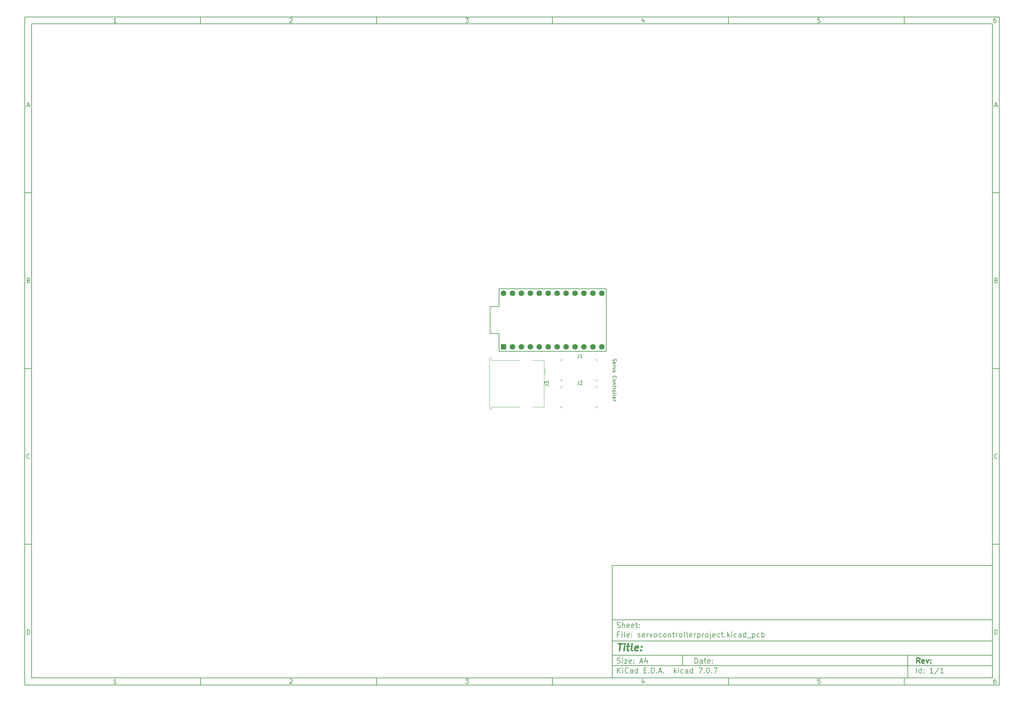
<source format=gbr>
%TF.GenerationSoftware,KiCad,Pcbnew,7.0.7*%
%TF.CreationDate,2023-11-15T20:06:27-08:00*%
%TF.ProjectId,servocontrollerproject,73657276-6f63-46f6-9e74-726f6c6c6572,rev?*%
%TF.SameCoordinates,Original*%
%TF.FileFunction,Legend,Top*%
%TF.FilePolarity,Positive*%
%FSLAX46Y46*%
G04 Gerber Fmt 4.6, Leading zero omitted, Abs format (unit mm)*
G04 Created by KiCad (PCBNEW 7.0.7) date 2023-11-15 20:06:27*
%MOMM*%
%LPD*%
G01*
G04 APERTURE LIST*
%ADD10C,0.100000*%
%ADD11C,0.150000*%
%ADD12C,0.300000*%
%ADD13C,0.400000*%
%ADD14C,0.120000*%
%ADD15R,1.600000X1.600000*%
%ADD16C,1.600000*%
G04 APERTURE END LIST*
D10*
D11*
X177002200Y-166007200D02*
X285002200Y-166007200D01*
X285002200Y-198007200D01*
X177002200Y-198007200D01*
X177002200Y-166007200D01*
D10*
D11*
X10000000Y-10000000D02*
X287002200Y-10000000D01*
X287002200Y-200007200D01*
X10000000Y-200007200D01*
X10000000Y-10000000D01*
D10*
D11*
X12000000Y-12000000D02*
X285002200Y-12000000D01*
X285002200Y-198007200D01*
X12000000Y-198007200D01*
X12000000Y-12000000D01*
D10*
D11*
X60000000Y-12000000D02*
X60000000Y-10000000D01*
D10*
D11*
X110000000Y-12000000D02*
X110000000Y-10000000D01*
D10*
D11*
X160000000Y-12000000D02*
X160000000Y-10000000D01*
D10*
D11*
X210000000Y-12000000D02*
X210000000Y-10000000D01*
D10*
D11*
X260000000Y-12000000D02*
X260000000Y-10000000D01*
D10*
D11*
X36089160Y-11593604D02*
X35346303Y-11593604D01*
X35717731Y-11593604D02*
X35717731Y-10293604D01*
X35717731Y-10293604D02*
X35593922Y-10479319D01*
X35593922Y-10479319D02*
X35470112Y-10603128D01*
X35470112Y-10603128D02*
X35346303Y-10665033D01*
D10*
D11*
X85346303Y-10417414D02*
X85408207Y-10355509D01*
X85408207Y-10355509D02*
X85532017Y-10293604D01*
X85532017Y-10293604D02*
X85841541Y-10293604D01*
X85841541Y-10293604D02*
X85965350Y-10355509D01*
X85965350Y-10355509D02*
X86027255Y-10417414D01*
X86027255Y-10417414D02*
X86089160Y-10541223D01*
X86089160Y-10541223D02*
X86089160Y-10665033D01*
X86089160Y-10665033D02*
X86027255Y-10850747D01*
X86027255Y-10850747D02*
X85284398Y-11593604D01*
X85284398Y-11593604D02*
X86089160Y-11593604D01*
D10*
D11*
X135284398Y-10293604D02*
X136089160Y-10293604D01*
X136089160Y-10293604D02*
X135655826Y-10788842D01*
X135655826Y-10788842D02*
X135841541Y-10788842D01*
X135841541Y-10788842D02*
X135965350Y-10850747D01*
X135965350Y-10850747D02*
X136027255Y-10912652D01*
X136027255Y-10912652D02*
X136089160Y-11036461D01*
X136089160Y-11036461D02*
X136089160Y-11345985D01*
X136089160Y-11345985D02*
X136027255Y-11469795D01*
X136027255Y-11469795D02*
X135965350Y-11531700D01*
X135965350Y-11531700D02*
X135841541Y-11593604D01*
X135841541Y-11593604D02*
X135470112Y-11593604D01*
X135470112Y-11593604D02*
X135346303Y-11531700D01*
X135346303Y-11531700D02*
X135284398Y-11469795D01*
D10*
D11*
X185965350Y-10726938D02*
X185965350Y-11593604D01*
X185655826Y-10231700D02*
X185346303Y-11160271D01*
X185346303Y-11160271D02*
X186151064Y-11160271D01*
D10*
D11*
X236027255Y-10293604D02*
X235408207Y-10293604D01*
X235408207Y-10293604D02*
X235346303Y-10912652D01*
X235346303Y-10912652D02*
X235408207Y-10850747D01*
X235408207Y-10850747D02*
X235532017Y-10788842D01*
X235532017Y-10788842D02*
X235841541Y-10788842D01*
X235841541Y-10788842D02*
X235965350Y-10850747D01*
X235965350Y-10850747D02*
X236027255Y-10912652D01*
X236027255Y-10912652D02*
X236089160Y-11036461D01*
X236089160Y-11036461D02*
X236089160Y-11345985D01*
X236089160Y-11345985D02*
X236027255Y-11469795D01*
X236027255Y-11469795D02*
X235965350Y-11531700D01*
X235965350Y-11531700D02*
X235841541Y-11593604D01*
X235841541Y-11593604D02*
X235532017Y-11593604D01*
X235532017Y-11593604D02*
X235408207Y-11531700D01*
X235408207Y-11531700D02*
X235346303Y-11469795D01*
D10*
D11*
X285965350Y-10293604D02*
X285717731Y-10293604D01*
X285717731Y-10293604D02*
X285593922Y-10355509D01*
X285593922Y-10355509D02*
X285532017Y-10417414D01*
X285532017Y-10417414D02*
X285408207Y-10603128D01*
X285408207Y-10603128D02*
X285346303Y-10850747D01*
X285346303Y-10850747D02*
X285346303Y-11345985D01*
X285346303Y-11345985D02*
X285408207Y-11469795D01*
X285408207Y-11469795D02*
X285470112Y-11531700D01*
X285470112Y-11531700D02*
X285593922Y-11593604D01*
X285593922Y-11593604D02*
X285841541Y-11593604D01*
X285841541Y-11593604D02*
X285965350Y-11531700D01*
X285965350Y-11531700D02*
X286027255Y-11469795D01*
X286027255Y-11469795D02*
X286089160Y-11345985D01*
X286089160Y-11345985D02*
X286089160Y-11036461D01*
X286089160Y-11036461D02*
X286027255Y-10912652D01*
X286027255Y-10912652D02*
X285965350Y-10850747D01*
X285965350Y-10850747D02*
X285841541Y-10788842D01*
X285841541Y-10788842D02*
X285593922Y-10788842D01*
X285593922Y-10788842D02*
X285470112Y-10850747D01*
X285470112Y-10850747D02*
X285408207Y-10912652D01*
X285408207Y-10912652D02*
X285346303Y-11036461D01*
D10*
D11*
X60000000Y-198007200D02*
X60000000Y-200007200D01*
D10*
D11*
X110000000Y-198007200D02*
X110000000Y-200007200D01*
D10*
D11*
X160000000Y-198007200D02*
X160000000Y-200007200D01*
D10*
D11*
X210000000Y-198007200D02*
X210000000Y-200007200D01*
D10*
D11*
X260000000Y-198007200D02*
X260000000Y-200007200D01*
D10*
D11*
X36089160Y-199600804D02*
X35346303Y-199600804D01*
X35717731Y-199600804D02*
X35717731Y-198300804D01*
X35717731Y-198300804D02*
X35593922Y-198486519D01*
X35593922Y-198486519D02*
X35470112Y-198610328D01*
X35470112Y-198610328D02*
X35346303Y-198672233D01*
D10*
D11*
X85346303Y-198424614D02*
X85408207Y-198362709D01*
X85408207Y-198362709D02*
X85532017Y-198300804D01*
X85532017Y-198300804D02*
X85841541Y-198300804D01*
X85841541Y-198300804D02*
X85965350Y-198362709D01*
X85965350Y-198362709D02*
X86027255Y-198424614D01*
X86027255Y-198424614D02*
X86089160Y-198548423D01*
X86089160Y-198548423D02*
X86089160Y-198672233D01*
X86089160Y-198672233D02*
X86027255Y-198857947D01*
X86027255Y-198857947D02*
X85284398Y-199600804D01*
X85284398Y-199600804D02*
X86089160Y-199600804D01*
D10*
D11*
X135284398Y-198300804D02*
X136089160Y-198300804D01*
X136089160Y-198300804D02*
X135655826Y-198796042D01*
X135655826Y-198796042D02*
X135841541Y-198796042D01*
X135841541Y-198796042D02*
X135965350Y-198857947D01*
X135965350Y-198857947D02*
X136027255Y-198919852D01*
X136027255Y-198919852D02*
X136089160Y-199043661D01*
X136089160Y-199043661D02*
X136089160Y-199353185D01*
X136089160Y-199353185D02*
X136027255Y-199476995D01*
X136027255Y-199476995D02*
X135965350Y-199538900D01*
X135965350Y-199538900D02*
X135841541Y-199600804D01*
X135841541Y-199600804D02*
X135470112Y-199600804D01*
X135470112Y-199600804D02*
X135346303Y-199538900D01*
X135346303Y-199538900D02*
X135284398Y-199476995D01*
D10*
D11*
X185965350Y-198734138D02*
X185965350Y-199600804D01*
X185655826Y-198238900D02*
X185346303Y-199167471D01*
X185346303Y-199167471D02*
X186151064Y-199167471D01*
D10*
D11*
X236027255Y-198300804D02*
X235408207Y-198300804D01*
X235408207Y-198300804D02*
X235346303Y-198919852D01*
X235346303Y-198919852D02*
X235408207Y-198857947D01*
X235408207Y-198857947D02*
X235532017Y-198796042D01*
X235532017Y-198796042D02*
X235841541Y-198796042D01*
X235841541Y-198796042D02*
X235965350Y-198857947D01*
X235965350Y-198857947D02*
X236027255Y-198919852D01*
X236027255Y-198919852D02*
X236089160Y-199043661D01*
X236089160Y-199043661D02*
X236089160Y-199353185D01*
X236089160Y-199353185D02*
X236027255Y-199476995D01*
X236027255Y-199476995D02*
X235965350Y-199538900D01*
X235965350Y-199538900D02*
X235841541Y-199600804D01*
X235841541Y-199600804D02*
X235532017Y-199600804D01*
X235532017Y-199600804D02*
X235408207Y-199538900D01*
X235408207Y-199538900D02*
X235346303Y-199476995D01*
D10*
D11*
X285965350Y-198300804D02*
X285717731Y-198300804D01*
X285717731Y-198300804D02*
X285593922Y-198362709D01*
X285593922Y-198362709D02*
X285532017Y-198424614D01*
X285532017Y-198424614D02*
X285408207Y-198610328D01*
X285408207Y-198610328D02*
X285346303Y-198857947D01*
X285346303Y-198857947D02*
X285346303Y-199353185D01*
X285346303Y-199353185D02*
X285408207Y-199476995D01*
X285408207Y-199476995D02*
X285470112Y-199538900D01*
X285470112Y-199538900D02*
X285593922Y-199600804D01*
X285593922Y-199600804D02*
X285841541Y-199600804D01*
X285841541Y-199600804D02*
X285965350Y-199538900D01*
X285965350Y-199538900D02*
X286027255Y-199476995D01*
X286027255Y-199476995D02*
X286089160Y-199353185D01*
X286089160Y-199353185D02*
X286089160Y-199043661D01*
X286089160Y-199043661D02*
X286027255Y-198919852D01*
X286027255Y-198919852D02*
X285965350Y-198857947D01*
X285965350Y-198857947D02*
X285841541Y-198796042D01*
X285841541Y-198796042D02*
X285593922Y-198796042D01*
X285593922Y-198796042D02*
X285470112Y-198857947D01*
X285470112Y-198857947D02*
X285408207Y-198919852D01*
X285408207Y-198919852D02*
X285346303Y-199043661D01*
D10*
D11*
X10000000Y-60000000D02*
X12000000Y-60000000D01*
D10*
D11*
X10000000Y-110000000D02*
X12000000Y-110000000D01*
D10*
D11*
X10000000Y-160000000D02*
X12000000Y-160000000D01*
D10*
D11*
X10690476Y-35222176D02*
X11309523Y-35222176D01*
X10566666Y-35593604D02*
X10999999Y-34293604D01*
X10999999Y-34293604D02*
X11433333Y-35593604D01*
D10*
D11*
X11092857Y-84912652D02*
X11278571Y-84974557D01*
X11278571Y-84974557D02*
X11340476Y-85036461D01*
X11340476Y-85036461D02*
X11402380Y-85160271D01*
X11402380Y-85160271D02*
X11402380Y-85345985D01*
X11402380Y-85345985D02*
X11340476Y-85469795D01*
X11340476Y-85469795D02*
X11278571Y-85531700D01*
X11278571Y-85531700D02*
X11154761Y-85593604D01*
X11154761Y-85593604D02*
X10659523Y-85593604D01*
X10659523Y-85593604D02*
X10659523Y-84293604D01*
X10659523Y-84293604D02*
X11092857Y-84293604D01*
X11092857Y-84293604D02*
X11216666Y-84355509D01*
X11216666Y-84355509D02*
X11278571Y-84417414D01*
X11278571Y-84417414D02*
X11340476Y-84541223D01*
X11340476Y-84541223D02*
X11340476Y-84665033D01*
X11340476Y-84665033D02*
X11278571Y-84788842D01*
X11278571Y-84788842D02*
X11216666Y-84850747D01*
X11216666Y-84850747D02*
X11092857Y-84912652D01*
X11092857Y-84912652D02*
X10659523Y-84912652D01*
D10*
D11*
X11402380Y-135469795D02*
X11340476Y-135531700D01*
X11340476Y-135531700D02*
X11154761Y-135593604D01*
X11154761Y-135593604D02*
X11030952Y-135593604D01*
X11030952Y-135593604D02*
X10845238Y-135531700D01*
X10845238Y-135531700D02*
X10721428Y-135407890D01*
X10721428Y-135407890D02*
X10659523Y-135284080D01*
X10659523Y-135284080D02*
X10597619Y-135036461D01*
X10597619Y-135036461D02*
X10597619Y-134850747D01*
X10597619Y-134850747D02*
X10659523Y-134603128D01*
X10659523Y-134603128D02*
X10721428Y-134479319D01*
X10721428Y-134479319D02*
X10845238Y-134355509D01*
X10845238Y-134355509D02*
X11030952Y-134293604D01*
X11030952Y-134293604D02*
X11154761Y-134293604D01*
X11154761Y-134293604D02*
X11340476Y-134355509D01*
X11340476Y-134355509D02*
X11402380Y-134417414D01*
D10*
D11*
X10659523Y-185593604D02*
X10659523Y-184293604D01*
X10659523Y-184293604D02*
X10969047Y-184293604D01*
X10969047Y-184293604D02*
X11154761Y-184355509D01*
X11154761Y-184355509D02*
X11278571Y-184479319D01*
X11278571Y-184479319D02*
X11340476Y-184603128D01*
X11340476Y-184603128D02*
X11402380Y-184850747D01*
X11402380Y-184850747D02*
X11402380Y-185036461D01*
X11402380Y-185036461D02*
X11340476Y-185284080D01*
X11340476Y-185284080D02*
X11278571Y-185407890D01*
X11278571Y-185407890D02*
X11154761Y-185531700D01*
X11154761Y-185531700D02*
X10969047Y-185593604D01*
X10969047Y-185593604D02*
X10659523Y-185593604D01*
D10*
D11*
X287002200Y-60000000D02*
X285002200Y-60000000D01*
D10*
D11*
X287002200Y-110000000D02*
X285002200Y-110000000D01*
D10*
D11*
X287002200Y-160000000D02*
X285002200Y-160000000D01*
D10*
D11*
X285692676Y-35222176D02*
X286311723Y-35222176D01*
X285568866Y-35593604D02*
X286002199Y-34293604D01*
X286002199Y-34293604D02*
X286435533Y-35593604D01*
D10*
D11*
X286095057Y-84912652D02*
X286280771Y-84974557D01*
X286280771Y-84974557D02*
X286342676Y-85036461D01*
X286342676Y-85036461D02*
X286404580Y-85160271D01*
X286404580Y-85160271D02*
X286404580Y-85345985D01*
X286404580Y-85345985D02*
X286342676Y-85469795D01*
X286342676Y-85469795D02*
X286280771Y-85531700D01*
X286280771Y-85531700D02*
X286156961Y-85593604D01*
X286156961Y-85593604D02*
X285661723Y-85593604D01*
X285661723Y-85593604D02*
X285661723Y-84293604D01*
X285661723Y-84293604D02*
X286095057Y-84293604D01*
X286095057Y-84293604D02*
X286218866Y-84355509D01*
X286218866Y-84355509D02*
X286280771Y-84417414D01*
X286280771Y-84417414D02*
X286342676Y-84541223D01*
X286342676Y-84541223D02*
X286342676Y-84665033D01*
X286342676Y-84665033D02*
X286280771Y-84788842D01*
X286280771Y-84788842D02*
X286218866Y-84850747D01*
X286218866Y-84850747D02*
X286095057Y-84912652D01*
X286095057Y-84912652D02*
X285661723Y-84912652D01*
D10*
D11*
X286404580Y-135469795D02*
X286342676Y-135531700D01*
X286342676Y-135531700D02*
X286156961Y-135593604D01*
X286156961Y-135593604D02*
X286033152Y-135593604D01*
X286033152Y-135593604D02*
X285847438Y-135531700D01*
X285847438Y-135531700D02*
X285723628Y-135407890D01*
X285723628Y-135407890D02*
X285661723Y-135284080D01*
X285661723Y-135284080D02*
X285599819Y-135036461D01*
X285599819Y-135036461D02*
X285599819Y-134850747D01*
X285599819Y-134850747D02*
X285661723Y-134603128D01*
X285661723Y-134603128D02*
X285723628Y-134479319D01*
X285723628Y-134479319D02*
X285847438Y-134355509D01*
X285847438Y-134355509D02*
X286033152Y-134293604D01*
X286033152Y-134293604D02*
X286156961Y-134293604D01*
X286156961Y-134293604D02*
X286342676Y-134355509D01*
X286342676Y-134355509D02*
X286404580Y-134417414D01*
D10*
D11*
X285661723Y-185593604D02*
X285661723Y-184293604D01*
X285661723Y-184293604D02*
X285971247Y-184293604D01*
X285971247Y-184293604D02*
X286156961Y-184355509D01*
X286156961Y-184355509D02*
X286280771Y-184479319D01*
X286280771Y-184479319D02*
X286342676Y-184603128D01*
X286342676Y-184603128D02*
X286404580Y-184850747D01*
X286404580Y-184850747D02*
X286404580Y-185036461D01*
X286404580Y-185036461D02*
X286342676Y-185284080D01*
X286342676Y-185284080D02*
X286280771Y-185407890D01*
X286280771Y-185407890D02*
X286156961Y-185531700D01*
X286156961Y-185531700D02*
X285971247Y-185593604D01*
X285971247Y-185593604D02*
X285661723Y-185593604D01*
D10*
D11*
X200458026Y-193793328D02*
X200458026Y-192293328D01*
X200458026Y-192293328D02*
X200815169Y-192293328D01*
X200815169Y-192293328D02*
X201029455Y-192364757D01*
X201029455Y-192364757D02*
X201172312Y-192507614D01*
X201172312Y-192507614D02*
X201243741Y-192650471D01*
X201243741Y-192650471D02*
X201315169Y-192936185D01*
X201315169Y-192936185D02*
X201315169Y-193150471D01*
X201315169Y-193150471D02*
X201243741Y-193436185D01*
X201243741Y-193436185D02*
X201172312Y-193579042D01*
X201172312Y-193579042D02*
X201029455Y-193721900D01*
X201029455Y-193721900D02*
X200815169Y-193793328D01*
X200815169Y-193793328D02*
X200458026Y-193793328D01*
X202600884Y-193793328D02*
X202600884Y-193007614D01*
X202600884Y-193007614D02*
X202529455Y-192864757D01*
X202529455Y-192864757D02*
X202386598Y-192793328D01*
X202386598Y-192793328D02*
X202100884Y-192793328D01*
X202100884Y-192793328D02*
X201958026Y-192864757D01*
X202600884Y-193721900D02*
X202458026Y-193793328D01*
X202458026Y-193793328D02*
X202100884Y-193793328D01*
X202100884Y-193793328D02*
X201958026Y-193721900D01*
X201958026Y-193721900D02*
X201886598Y-193579042D01*
X201886598Y-193579042D02*
X201886598Y-193436185D01*
X201886598Y-193436185D02*
X201958026Y-193293328D01*
X201958026Y-193293328D02*
X202100884Y-193221900D01*
X202100884Y-193221900D02*
X202458026Y-193221900D01*
X202458026Y-193221900D02*
X202600884Y-193150471D01*
X203100884Y-192793328D02*
X203672312Y-192793328D01*
X203315169Y-192293328D02*
X203315169Y-193579042D01*
X203315169Y-193579042D02*
X203386598Y-193721900D01*
X203386598Y-193721900D02*
X203529455Y-193793328D01*
X203529455Y-193793328D02*
X203672312Y-193793328D01*
X204743741Y-193721900D02*
X204600884Y-193793328D01*
X204600884Y-193793328D02*
X204315170Y-193793328D01*
X204315170Y-193793328D02*
X204172312Y-193721900D01*
X204172312Y-193721900D02*
X204100884Y-193579042D01*
X204100884Y-193579042D02*
X204100884Y-193007614D01*
X204100884Y-193007614D02*
X204172312Y-192864757D01*
X204172312Y-192864757D02*
X204315170Y-192793328D01*
X204315170Y-192793328D02*
X204600884Y-192793328D01*
X204600884Y-192793328D02*
X204743741Y-192864757D01*
X204743741Y-192864757D02*
X204815170Y-193007614D01*
X204815170Y-193007614D02*
X204815170Y-193150471D01*
X204815170Y-193150471D02*
X204100884Y-193293328D01*
X205458026Y-193650471D02*
X205529455Y-193721900D01*
X205529455Y-193721900D02*
X205458026Y-193793328D01*
X205458026Y-193793328D02*
X205386598Y-193721900D01*
X205386598Y-193721900D02*
X205458026Y-193650471D01*
X205458026Y-193650471D02*
X205458026Y-193793328D01*
X205458026Y-192864757D02*
X205529455Y-192936185D01*
X205529455Y-192936185D02*
X205458026Y-193007614D01*
X205458026Y-193007614D02*
X205386598Y-192936185D01*
X205386598Y-192936185D02*
X205458026Y-192864757D01*
X205458026Y-192864757D02*
X205458026Y-193007614D01*
D10*
D11*
X177002200Y-194507200D02*
X285002200Y-194507200D01*
D10*
D11*
X178458026Y-196593328D02*
X178458026Y-195093328D01*
X179315169Y-196593328D02*
X178672312Y-195736185D01*
X179315169Y-195093328D02*
X178458026Y-195950471D01*
X179958026Y-196593328D02*
X179958026Y-195593328D01*
X179958026Y-195093328D02*
X179886598Y-195164757D01*
X179886598Y-195164757D02*
X179958026Y-195236185D01*
X179958026Y-195236185D02*
X180029455Y-195164757D01*
X180029455Y-195164757D02*
X179958026Y-195093328D01*
X179958026Y-195093328D02*
X179958026Y-195236185D01*
X181529455Y-196450471D02*
X181458027Y-196521900D01*
X181458027Y-196521900D02*
X181243741Y-196593328D01*
X181243741Y-196593328D02*
X181100884Y-196593328D01*
X181100884Y-196593328D02*
X180886598Y-196521900D01*
X180886598Y-196521900D02*
X180743741Y-196379042D01*
X180743741Y-196379042D02*
X180672312Y-196236185D01*
X180672312Y-196236185D02*
X180600884Y-195950471D01*
X180600884Y-195950471D02*
X180600884Y-195736185D01*
X180600884Y-195736185D02*
X180672312Y-195450471D01*
X180672312Y-195450471D02*
X180743741Y-195307614D01*
X180743741Y-195307614D02*
X180886598Y-195164757D01*
X180886598Y-195164757D02*
X181100884Y-195093328D01*
X181100884Y-195093328D02*
X181243741Y-195093328D01*
X181243741Y-195093328D02*
X181458027Y-195164757D01*
X181458027Y-195164757D02*
X181529455Y-195236185D01*
X182815170Y-196593328D02*
X182815170Y-195807614D01*
X182815170Y-195807614D02*
X182743741Y-195664757D01*
X182743741Y-195664757D02*
X182600884Y-195593328D01*
X182600884Y-195593328D02*
X182315170Y-195593328D01*
X182315170Y-195593328D02*
X182172312Y-195664757D01*
X182815170Y-196521900D02*
X182672312Y-196593328D01*
X182672312Y-196593328D02*
X182315170Y-196593328D01*
X182315170Y-196593328D02*
X182172312Y-196521900D01*
X182172312Y-196521900D02*
X182100884Y-196379042D01*
X182100884Y-196379042D02*
X182100884Y-196236185D01*
X182100884Y-196236185D02*
X182172312Y-196093328D01*
X182172312Y-196093328D02*
X182315170Y-196021900D01*
X182315170Y-196021900D02*
X182672312Y-196021900D01*
X182672312Y-196021900D02*
X182815170Y-195950471D01*
X184172313Y-196593328D02*
X184172313Y-195093328D01*
X184172313Y-196521900D02*
X184029455Y-196593328D01*
X184029455Y-196593328D02*
X183743741Y-196593328D01*
X183743741Y-196593328D02*
X183600884Y-196521900D01*
X183600884Y-196521900D02*
X183529455Y-196450471D01*
X183529455Y-196450471D02*
X183458027Y-196307614D01*
X183458027Y-196307614D02*
X183458027Y-195879042D01*
X183458027Y-195879042D02*
X183529455Y-195736185D01*
X183529455Y-195736185D02*
X183600884Y-195664757D01*
X183600884Y-195664757D02*
X183743741Y-195593328D01*
X183743741Y-195593328D02*
X184029455Y-195593328D01*
X184029455Y-195593328D02*
X184172313Y-195664757D01*
X186029455Y-195807614D02*
X186529455Y-195807614D01*
X186743741Y-196593328D02*
X186029455Y-196593328D01*
X186029455Y-196593328D02*
X186029455Y-195093328D01*
X186029455Y-195093328D02*
X186743741Y-195093328D01*
X187386598Y-196450471D02*
X187458027Y-196521900D01*
X187458027Y-196521900D02*
X187386598Y-196593328D01*
X187386598Y-196593328D02*
X187315170Y-196521900D01*
X187315170Y-196521900D02*
X187386598Y-196450471D01*
X187386598Y-196450471D02*
X187386598Y-196593328D01*
X188100884Y-196593328D02*
X188100884Y-195093328D01*
X188100884Y-195093328D02*
X188458027Y-195093328D01*
X188458027Y-195093328D02*
X188672313Y-195164757D01*
X188672313Y-195164757D02*
X188815170Y-195307614D01*
X188815170Y-195307614D02*
X188886599Y-195450471D01*
X188886599Y-195450471D02*
X188958027Y-195736185D01*
X188958027Y-195736185D02*
X188958027Y-195950471D01*
X188958027Y-195950471D02*
X188886599Y-196236185D01*
X188886599Y-196236185D02*
X188815170Y-196379042D01*
X188815170Y-196379042D02*
X188672313Y-196521900D01*
X188672313Y-196521900D02*
X188458027Y-196593328D01*
X188458027Y-196593328D02*
X188100884Y-196593328D01*
X189600884Y-196450471D02*
X189672313Y-196521900D01*
X189672313Y-196521900D02*
X189600884Y-196593328D01*
X189600884Y-196593328D02*
X189529456Y-196521900D01*
X189529456Y-196521900D02*
X189600884Y-196450471D01*
X189600884Y-196450471D02*
X189600884Y-196593328D01*
X190243742Y-196164757D02*
X190958028Y-196164757D01*
X190100885Y-196593328D02*
X190600885Y-195093328D01*
X190600885Y-195093328D02*
X191100885Y-196593328D01*
X191600884Y-196450471D02*
X191672313Y-196521900D01*
X191672313Y-196521900D02*
X191600884Y-196593328D01*
X191600884Y-196593328D02*
X191529456Y-196521900D01*
X191529456Y-196521900D02*
X191600884Y-196450471D01*
X191600884Y-196450471D02*
X191600884Y-196593328D01*
X194600884Y-196593328D02*
X194600884Y-195093328D01*
X194743742Y-196021900D02*
X195172313Y-196593328D01*
X195172313Y-195593328D02*
X194600884Y-196164757D01*
X195815170Y-196593328D02*
X195815170Y-195593328D01*
X195815170Y-195093328D02*
X195743742Y-195164757D01*
X195743742Y-195164757D02*
X195815170Y-195236185D01*
X195815170Y-195236185D02*
X195886599Y-195164757D01*
X195886599Y-195164757D02*
X195815170Y-195093328D01*
X195815170Y-195093328D02*
X195815170Y-195236185D01*
X197172314Y-196521900D02*
X197029456Y-196593328D01*
X197029456Y-196593328D02*
X196743742Y-196593328D01*
X196743742Y-196593328D02*
X196600885Y-196521900D01*
X196600885Y-196521900D02*
X196529456Y-196450471D01*
X196529456Y-196450471D02*
X196458028Y-196307614D01*
X196458028Y-196307614D02*
X196458028Y-195879042D01*
X196458028Y-195879042D02*
X196529456Y-195736185D01*
X196529456Y-195736185D02*
X196600885Y-195664757D01*
X196600885Y-195664757D02*
X196743742Y-195593328D01*
X196743742Y-195593328D02*
X197029456Y-195593328D01*
X197029456Y-195593328D02*
X197172314Y-195664757D01*
X198458028Y-196593328D02*
X198458028Y-195807614D01*
X198458028Y-195807614D02*
X198386599Y-195664757D01*
X198386599Y-195664757D02*
X198243742Y-195593328D01*
X198243742Y-195593328D02*
X197958028Y-195593328D01*
X197958028Y-195593328D02*
X197815170Y-195664757D01*
X198458028Y-196521900D02*
X198315170Y-196593328D01*
X198315170Y-196593328D02*
X197958028Y-196593328D01*
X197958028Y-196593328D02*
X197815170Y-196521900D01*
X197815170Y-196521900D02*
X197743742Y-196379042D01*
X197743742Y-196379042D02*
X197743742Y-196236185D01*
X197743742Y-196236185D02*
X197815170Y-196093328D01*
X197815170Y-196093328D02*
X197958028Y-196021900D01*
X197958028Y-196021900D02*
X198315170Y-196021900D01*
X198315170Y-196021900D02*
X198458028Y-195950471D01*
X199815171Y-196593328D02*
X199815171Y-195093328D01*
X199815171Y-196521900D02*
X199672313Y-196593328D01*
X199672313Y-196593328D02*
X199386599Y-196593328D01*
X199386599Y-196593328D02*
X199243742Y-196521900D01*
X199243742Y-196521900D02*
X199172313Y-196450471D01*
X199172313Y-196450471D02*
X199100885Y-196307614D01*
X199100885Y-196307614D02*
X199100885Y-195879042D01*
X199100885Y-195879042D02*
X199172313Y-195736185D01*
X199172313Y-195736185D02*
X199243742Y-195664757D01*
X199243742Y-195664757D02*
X199386599Y-195593328D01*
X199386599Y-195593328D02*
X199672313Y-195593328D01*
X199672313Y-195593328D02*
X199815171Y-195664757D01*
X201529456Y-195093328D02*
X202529456Y-195093328D01*
X202529456Y-195093328D02*
X201886599Y-196593328D01*
X203100884Y-196450471D02*
X203172313Y-196521900D01*
X203172313Y-196521900D02*
X203100884Y-196593328D01*
X203100884Y-196593328D02*
X203029456Y-196521900D01*
X203029456Y-196521900D02*
X203100884Y-196450471D01*
X203100884Y-196450471D02*
X203100884Y-196593328D01*
X204100885Y-195093328D02*
X204243742Y-195093328D01*
X204243742Y-195093328D02*
X204386599Y-195164757D01*
X204386599Y-195164757D02*
X204458028Y-195236185D01*
X204458028Y-195236185D02*
X204529456Y-195379042D01*
X204529456Y-195379042D02*
X204600885Y-195664757D01*
X204600885Y-195664757D02*
X204600885Y-196021900D01*
X204600885Y-196021900D02*
X204529456Y-196307614D01*
X204529456Y-196307614D02*
X204458028Y-196450471D01*
X204458028Y-196450471D02*
X204386599Y-196521900D01*
X204386599Y-196521900D02*
X204243742Y-196593328D01*
X204243742Y-196593328D02*
X204100885Y-196593328D01*
X204100885Y-196593328D02*
X203958028Y-196521900D01*
X203958028Y-196521900D02*
X203886599Y-196450471D01*
X203886599Y-196450471D02*
X203815170Y-196307614D01*
X203815170Y-196307614D02*
X203743742Y-196021900D01*
X203743742Y-196021900D02*
X203743742Y-195664757D01*
X203743742Y-195664757D02*
X203815170Y-195379042D01*
X203815170Y-195379042D02*
X203886599Y-195236185D01*
X203886599Y-195236185D02*
X203958028Y-195164757D01*
X203958028Y-195164757D02*
X204100885Y-195093328D01*
X205243741Y-196450471D02*
X205315170Y-196521900D01*
X205315170Y-196521900D02*
X205243741Y-196593328D01*
X205243741Y-196593328D02*
X205172313Y-196521900D01*
X205172313Y-196521900D02*
X205243741Y-196450471D01*
X205243741Y-196450471D02*
X205243741Y-196593328D01*
X205815170Y-195093328D02*
X206815170Y-195093328D01*
X206815170Y-195093328D02*
X206172313Y-196593328D01*
D10*
D11*
X177002200Y-191507200D02*
X285002200Y-191507200D01*
D10*
D12*
X264413853Y-193785528D02*
X263913853Y-193071242D01*
X263556710Y-193785528D02*
X263556710Y-192285528D01*
X263556710Y-192285528D02*
X264128139Y-192285528D01*
X264128139Y-192285528D02*
X264270996Y-192356957D01*
X264270996Y-192356957D02*
X264342425Y-192428385D01*
X264342425Y-192428385D02*
X264413853Y-192571242D01*
X264413853Y-192571242D02*
X264413853Y-192785528D01*
X264413853Y-192785528D02*
X264342425Y-192928385D01*
X264342425Y-192928385D02*
X264270996Y-192999814D01*
X264270996Y-192999814D02*
X264128139Y-193071242D01*
X264128139Y-193071242D02*
X263556710Y-193071242D01*
X265628139Y-193714100D02*
X265485282Y-193785528D01*
X265485282Y-193785528D02*
X265199568Y-193785528D01*
X265199568Y-193785528D02*
X265056710Y-193714100D01*
X265056710Y-193714100D02*
X264985282Y-193571242D01*
X264985282Y-193571242D02*
X264985282Y-192999814D01*
X264985282Y-192999814D02*
X265056710Y-192856957D01*
X265056710Y-192856957D02*
X265199568Y-192785528D01*
X265199568Y-192785528D02*
X265485282Y-192785528D01*
X265485282Y-192785528D02*
X265628139Y-192856957D01*
X265628139Y-192856957D02*
X265699568Y-192999814D01*
X265699568Y-192999814D02*
X265699568Y-193142671D01*
X265699568Y-193142671D02*
X264985282Y-193285528D01*
X266199567Y-192785528D02*
X266556710Y-193785528D01*
X266556710Y-193785528D02*
X266913853Y-192785528D01*
X267485281Y-193642671D02*
X267556710Y-193714100D01*
X267556710Y-193714100D02*
X267485281Y-193785528D01*
X267485281Y-193785528D02*
X267413853Y-193714100D01*
X267413853Y-193714100D02*
X267485281Y-193642671D01*
X267485281Y-193642671D02*
X267485281Y-193785528D01*
X267485281Y-192856957D02*
X267556710Y-192928385D01*
X267556710Y-192928385D02*
X267485281Y-192999814D01*
X267485281Y-192999814D02*
X267413853Y-192928385D01*
X267413853Y-192928385D02*
X267485281Y-192856957D01*
X267485281Y-192856957D02*
X267485281Y-192999814D01*
D10*
D11*
X178386598Y-193721900D02*
X178600884Y-193793328D01*
X178600884Y-193793328D02*
X178958026Y-193793328D01*
X178958026Y-193793328D02*
X179100884Y-193721900D01*
X179100884Y-193721900D02*
X179172312Y-193650471D01*
X179172312Y-193650471D02*
X179243741Y-193507614D01*
X179243741Y-193507614D02*
X179243741Y-193364757D01*
X179243741Y-193364757D02*
X179172312Y-193221900D01*
X179172312Y-193221900D02*
X179100884Y-193150471D01*
X179100884Y-193150471D02*
X178958026Y-193079042D01*
X178958026Y-193079042D02*
X178672312Y-193007614D01*
X178672312Y-193007614D02*
X178529455Y-192936185D01*
X178529455Y-192936185D02*
X178458026Y-192864757D01*
X178458026Y-192864757D02*
X178386598Y-192721900D01*
X178386598Y-192721900D02*
X178386598Y-192579042D01*
X178386598Y-192579042D02*
X178458026Y-192436185D01*
X178458026Y-192436185D02*
X178529455Y-192364757D01*
X178529455Y-192364757D02*
X178672312Y-192293328D01*
X178672312Y-192293328D02*
X179029455Y-192293328D01*
X179029455Y-192293328D02*
X179243741Y-192364757D01*
X179886597Y-193793328D02*
X179886597Y-192793328D01*
X179886597Y-192293328D02*
X179815169Y-192364757D01*
X179815169Y-192364757D02*
X179886597Y-192436185D01*
X179886597Y-192436185D02*
X179958026Y-192364757D01*
X179958026Y-192364757D02*
X179886597Y-192293328D01*
X179886597Y-192293328D02*
X179886597Y-192436185D01*
X180458026Y-192793328D02*
X181243741Y-192793328D01*
X181243741Y-192793328D02*
X180458026Y-193793328D01*
X180458026Y-193793328D02*
X181243741Y-193793328D01*
X182386598Y-193721900D02*
X182243741Y-193793328D01*
X182243741Y-193793328D02*
X181958027Y-193793328D01*
X181958027Y-193793328D02*
X181815169Y-193721900D01*
X181815169Y-193721900D02*
X181743741Y-193579042D01*
X181743741Y-193579042D02*
X181743741Y-193007614D01*
X181743741Y-193007614D02*
X181815169Y-192864757D01*
X181815169Y-192864757D02*
X181958027Y-192793328D01*
X181958027Y-192793328D02*
X182243741Y-192793328D01*
X182243741Y-192793328D02*
X182386598Y-192864757D01*
X182386598Y-192864757D02*
X182458027Y-193007614D01*
X182458027Y-193007614D02*
X182458027Y-193150471D01*
X182458027Y-193150471D02*
X181743741Y-193293328D01*
X183100883Y-193650471D02*
X183172312Y-193721900D01*
X183172312Y-193721900D02*
X183100883Y-193793328D01*
X183100883Y-193793328D02*
X183029455Y-193721900D01*
X183029455Y-193721900D02*
X183100883Y-193650471D01*
X183100883Y-193650471D02*
X183100883Y-193793328D01*
X183100883Y-192864757D02*
X183172312Y-192936185D01*
X183172312Y-192936185D02*
X183100883Y-193007614D01*
X183100883Y-193007614D02*
X183029455Y-192936185D01*
X183029455Y-192936185D02*
X183100883Y-192864757D01*
X183100883Y-192864757D02*
X183100883Y-193007614D01*
X184886598Y-193364757D02*
X185600884Y-193364757D01*
X184743741Y-193793328D02*
X185243741Y-192293328D01*
X185243741Y-192293328D02*
X185743741Y-193793328D01*
X186886598Y-192793328D02*
X186886598Y-193793328D01*
X186529455Y-192221900D02*
X186172312Y-193293328D01*
X186172312Y-193293328D02*
X187100883Y-193293328D01*
D10*
D11*
X263458026Y-196593328D02*
X263458026Y-195093328D01*
X264815170Y-196593328D02*
X264815170Y-195093328D01*
X264815170Y-196521900D02*
X264672312Y-196593328D01*
X264672312Y-196593328D02*
X264386598Y-196593328D01*
X264386598Y-196593328D02*
X264243741Y-196521900D01*
X264243741Y-196521900D02*
X264172312Y-196450471D01*
X264172312Y-196450471D02*
X264100884Y-196307614D01*
X264100884Y-196307614D02*
X264100884Y-195879042D01*
X264100884Y-195879042D02*
X264172312Y-195736185D01*
X264172312Y-195736185D02*
X264243741Y-195664757D01*
X264243741Y-195664757D02*
X264386598Y-195593328D01*
X264386598Y-195593328D02*
X264672312Y-195593328D01*
X264672312Y-195593328D02*
X264815170Y-195664757D01*
X265529455Y-196450471D02*
X265600884Y-196521900D01*
X265600884Y-196521900D02*
X265529455Y-196593328D01*
X265529455Y-196593328D02*
X265458027Y-196521900D01*
X265458027Y-196521900D02*
X265529455Y-196450471D01*
X265529455Y-196450471D02*
X265529455Y-196593328D01*
X265529455Y-195664757D02*
X265600884Y-195736185D01*
X265600884Y-195736185D02*
X265529455Y-195807614D01*
X265529455Y-195807614D02*
X265458027Y-195736185D01*
X265458027Y-195736185D02*
X265529455Y-195664757D01*
X265529455Y-195664757D02*
X265529455Y-195807614D01*
X268172313Y-196593328D02*
X267315170Y-196593328D01*
X267743741Y-196593328D02*
X267743741Y-195093328D01*
X267743741Y-195093328D02*
X267600884Y-195307614D01*
X267600884Y-195307614D02*
X267458027Y-195450471D01*
X267458027Y-195450471D02*
X267315170Y-195521900D01*
X269886598Y-195021900D02*
X268600884Y-196950471D01*
X271172313Y-196593328D02*
X270315170Y-196593328D01*
X270743741Y-196593328D02*
X270743741Y-195093328D01*
X270743741Y-195093328D02*
X270600884Y-195307614D01*
X270600884Y-195307614D02*
X270458027Y-195450471D01*
X270458027Y-195450471D02*
X270315170Y-195521900D01*
D10*
D11*
X177002200Y-187507200D02*
X285002200Y-187507200D01*
D10*
D13*
X178693928Y-188211638D02*
X179836785Y-188211638D01*
X179015357Y-190211638D02*
X179265357Y-188211638D01*
X180253452Y-190211638D02*
X180420119Y-188878304D01*
X180503452Y-188211638D02*
X180396309Y-188306876D01*
X180396309Y-188306876D02*
X180479643Y-188402114D01*
X180479643Y-188402114D02*
X180586786Y-188306876D01*
X180586786Y-188306876D02*
X180503452Y-188211638D01*
X180503452Y-188211638D02*
X180479643Y-188402114D01*
X181086786Y-188878304D02*
X181848690Y-188878304D01*
X181455833Y-188211638D02*
X181241548Y-189925923D01*
X181241548Y-189925923D02*
X181312976Y-190116400D01*
X181312976Y-190116400D02*
X181491548Y-190211638D01*
X181491548Y-190211638D02*
X181682024Y-190211638D01*
X182634405Y-190211638D02*
X182455833Y-190116400D01*
X182455833Y-190116400D02*
X182384405Y-189925923D01*
X182384405Y-189925923D02*
X182598690Y-188211638D01*
X184170119Y-190116400D02*
X183967738Y-190211638D01*
X183967738Y-190211638D02*
X183586785Y-190211638D01*
X183586785Y-190211638D02*
X183408214Y-190116400D01*
X183408214Y-190116400D02*
X183336785Y-189925923D01*
X183336785Y-189925923D02*
X183432024Y-189164019D01*
X183432024Y-189164019D02*
X183551071Y-188973542D01*
X183551071Y-188973542D02*
X183753452Y-188878304D01*
X183753452Y-188878304D02*
X184134404Y-188878304D01*
X184134404Y-188878304D02*
X184312976Y-188973542D01*
X184312976Y-188973542D02*
X184384404Y-189164019D01*
X184384404Y-189164019D02*
X184360595Y-189354495D01*
X184360595Y-189354495D02*
X183384404Y-189544971D01*
X185134405Y-190021161D02*
X185217738Y-190116400D01*
X185217738Y-190116400D02*
X185110595Y-190211638D01*
X185110595Y-190211638D02*
X185027262Y-190116400D01*
X185027262Y-190116400D02*
X185134405Y-190021161D01*
X185134405Y-190021161D02*
X185110595Y-190211638D01*
X185265357Y-188973542D02*
X185348690Y-189068780D01*
X185348690Y-189068780D02*
X185241548Y-189164019D01*
X185241548Y-189164019D02*
X185158214Y-189068780D01*
X185158214Y-189068780D02*
X185265357Y-188973542D01*
X185265357Y-188973542D02*
X185241548Y-189164019D01*
D10*
D11*
X178958026Y-185607614D02*
X178458026Y-185607614D01*
X178458026Y-186393328D02*
X178458026Y-184893328D01*
X178458026Y-184893328D02*
X179172312Y-184893328D01*
X179743740Y-186393328D02*
X179743740Y-185393328D01*
X179743740Y-184893328D02*
X179672312Y-184964757D01*
X179672312Y-184964757D02*
X179743740Y-185036185D01*
X179743740Y-185036185D02*
X179815169Y-184964757D01*
X179815169Y-184964757D02*
X179743740Y-184893328D01*
X179743740Y-184893328D02*
X179743740Y-185036185D01*
X180672312Y-186393328D02*
X180529455Y-186321900D01*
X180529455Y-186321900D02*
X180458026Y-186179042D01*
X180458026Y-186179042D02*
X180458026Y-184893328D01*
X181815169Y-186321900D02*
X181672312Y-186393328D01*
X181672312Y-186393328D02*
X181386598Y-186393328D01*
X181386598Y-186393328D02*
X181243740Y-186321900D01*
X181243740Y-186321900D02*
X181172312Y-186179042D01*
X181172312Y-186179042D02*
X181172312Y-185607614D01*
X181172312Y-185607614D02*
X181243740Y-185464757D01*
X181243740Y-185464757D02*
X181386598Y-185393328D01*
X181386598Y-185393328D02*
X181672312Y-185393328D01*
X181672312Y-185393328D02*
X181815169Y-185464757D01*
X181815169Y-185464757D02*
X181886598Y-185607614D01*
X181886598Y-185607614D02*
X181886598Y-185750471D01*
X181886598Y-185750471D02*
X181172312Y-185893328D01*
X182529454Y-186250471D02*
X182600883Y-186321900D01*
X182600883Y-186321900D02*
X182529454Y-186393328D01*
X182529454Y-186393328D02*
X182458026Y-186321900D01*
X182458026Y-186321900D02*
X182529454Y-186250471D01*
X182529454Y-186250471D02*
X182529454Y-186393328D01*
X182529454Y-185464757D02*
X182600883Y-185536185D01*
X182600883Y-185536185D02*
X182529454Y-185607614D01*
X182529454Y-185607614D02*
X182458026Y-185536185D01*
X182458026Y-185536185D02*
X182529454Y-185464757D01*
X182529454Y-185464757D02*
X182529454Y-185607614D01*
X184315169Y-186321900D02*
X184458026Y-186393328D01*
X184458026Y-186393328D02*
X184743740Y-186393328D01*
X184743740Y-186393328D02*
X184886597Y-186321900D01*
X184886597Y-186321900D02*
X184958026Y-186179042D01*
X184958026Y-186179042D02*
X184958026Y-186107614D01*
X184958026Y-186107614D02*
X184886597Y-185964757D01*
X184886597Y-185964757D02*
X184743740Y-185893328D01*
X184743740Y-185893328D02*
X184529455Y-185893328D01*
X184529455Y-185893328D02*
X184386597Y-185821900D01*
X184386597Y-185821900D02*
X184315169Y-185679042D01*
X184315169Y-185679042D02*
X184315169Y-185607614D01*
X184315169Y-185607614D02*
X184386597Y-185464757D01*
X184386597Y-185464757D02*
X184529455Y-185393328D01*
X184529455Y-185393328D02*
X184743740Y-185393328D01*
X184743740Y-185393328D02*
X184886597Y-185464757D01*
X186172312Y-186321900D02*
X186029455Y-186393328D01*
X186029455Y-186393328D02*
X185743741Y-186393328D01*
X185743741Y-186393328D02*
X185600883Y-186321900D01*
X185600883Y-186321900D02*
X185529455Y-186179042D01*
X185529455Y-186179042D02*
X185529455Y-185607614D01*
X185529455Y-185607614D02*
X185600883Y-185464757D01*
X185600883Y-185464757D02*
X185743741Y-185393328D01*
X185743741Y-185393328D02*
X186029455Y-185393328D01*
X186029455Y-185393328D02*
X186172312Y-185464757D01*
X186172312Y-185464757D02*
X186243741Y-185607614D01*
X186243741Y-185607614D02*
X186243741Y-185750471D01*
X186243741Y-185750471D02*
X185529455Y-185893328D01*
X186886597Y-186393328D02*
X186886597Y-185393328D01*
X186886597Y-185679042D02*
X186958026Y-185536185D01*
X186958026Y-185536185D02*
X187029455Y-185464757D01*
X187029455Y-185464757D02*
X187172312Y-185393328D01*
X187172312Y-185393328D02*
X187315169Y-185393328D01*
X187672311Y-185393328D02*
X188029454Y-186393328D01*
X188029454Y-186393328D02*
X188386597Y-185393328D01*
X189172311Y-186393328D02*
X189029454Y-186321900D01*
X189029454Y-186321900D02*
X188958025Y-186250471D01*
X188958025Y-186250471D02*
X188886597Y-186107614D01*
X188886597Y-186107614D02*
X188886597Y-185679042D01*
X188886597Y-185679042D02*
X188958025Y-185536185D01*
X188958025Y-185536185D02*
X189029454Y-185464757D01*
X189029454Y-185464757D02*
X189172311Y-185393328D01*
X189172311Y-185393328D02*
X189386597Y-185393328D01*
X189386597Y-185393328D02*
X189529454Y-185464757D01*
X189529454Y-185464757D02*
X189600883Y-185536185D01*
X189600883Y-185536185D02*
X189672311Y-185679042D01*
X189672311Y-185679042D02*
X189672311Y-186107614D01*
X189672311Y-186107614D02*
X189600883Y-186250471D01*
X189600883Y-186250471D02*
X189529454Y-186321900D01*
X189529454Y-186321900D02*
X189386597Y-186393328D01*
X189386597Y-186393328D02*
X189172311Y-186393328D01*
X190958026Y-186321900D02*
X190815168Y-186393328D01*
X190815168Y-186393328D02*
X190529454Y-186393328D01*
X190529454Y-186393328D02*
X190386597Y-186321900D01*
X190386597Y-186321900D02*
X190315168Y-186250471D01*
X190315168Y-186250471D02*
X190243740Y-186107614D01*
X190243740Y-186107614D02*
X190243740Y-185679042D01*
X190243740Y-185679042D02*
X190315168Y-185536185D01*
X190315168Y-185536185D02*
X190386597Y-185464757D01*
X190386597Y-185464757D02*
X190529454Y-185393328D01*
X190529454Y-185393328D02*
X190815168Y-185393328D01*
X190815168Y-185393328D02*
X190958026Y-185464757D01*
X191815168Y-186393328D02*
X191672311Y-186321900D01*
X191672311Y-186321900D02*
X191600882Y-186250471D01*
X191600882Y-186250471D02*
X191529454Y-186107614D01*
X191529454Y-186107614D02*
X191529454Y-185679042D01*
X191529454Y-185679042D02*
X191600882Y-185536185D01*
X191600882Y-185536185D02*
X191672311Y-185464757D01*
X191672311Y-185464757D02*
X191815168Y-185393328D01*
X191815168Y-185393328D02*
X192029454Y-185393328D01*
X192029454Y-185393328D02*
X192172311Y-185464757D01*
X192172311Y-185464757D02*
X192243740Y-185536185D01*
X192243740Y-185536185D02*
X192315168Y-185679042D01*
X192315168Y-185679042D02*
X192315168Y-186107614D01*
X192315168Y-186107614D02*
X192243740Y-186250471D01*
X192243740Y-186250471D02*
X192172311Y-186321900D01*
X192172311Y-186321900D02*
X192029454Y-186393328D01*
X192029454Y-186393328D02*
X191815168Y-186393328D01*
X192958025Y-185393328D02*
X192958025Y-186393328D01*
X192958025Y-185536185D02*
X193029454Y-185464757D01*
X193029454Y-185464757D02*
X193172311Y-185393328D01*
X193172311Y-185393328D02*
X193386597Y-185393328D01*
X193386597Y-185393328D02*
X193529454Y-185464757D01*
X193529454Y-185464757D02*
X193600883Y-185607614D01*
X193600883Y-185607614D02*
X193600883Y-186393328D01*
X194100883Y-185393328D02*
X194672311Y-185393328D01*
X194315168Y-184893328D02*
X194315168Y-186179042D01*
X194315168Y-186179042D02*
X194386597Y-186321900D01*
X194386597Y-186321900D02*
X194529454Y-186393328D01*
X194529454Y-186393328D02*
X194672311Y-186393328D01*
X195172311Y-186393328D02*
X195172311Y-185393328D01*
X195172311Y-185679042D02*
X195243740Y-185536185D01*
X195243740Y-185536185D02*
X195315169Y-185464757D01*
X195315169Y-185464757D02*
X195458026Y-185393328D01*
X195458026Y-185393328D02*
X195600883Y-185393328D01*
X196315168Y-186393328D02*
X196172311Y-186321900D01*
X196172311Y-186321900D02*
X196100882Y-186250471D01*
X196100882Y-186250471D02*
X196029454Y-186107614D01*
X196029454Y-186107614D02*
X196029454Y-185679042D01*
X196029454Y-185679042D02*
X196100882Y-185536185D01*
X196100882Y-185536185D02*
X196172311Y-185464757D01*
X196172311Y-185464757D02*
X196315168Y-185393328D01*
X196315168Y-185393328D02*
X196529454Y-185393328D01*
X196529454Y-185393328D02*
X196672311Y-185464757D01*
X196672311Y-185464757D02*
X196743740Y-185536185D01*
X196743740Y-185536185D02*
X196815168Y-185679042D01*
X196815168Y-185679042D02*
X196815168Y-186107614D01*
X196815168Y-186107614D02*
X196743740Y-186250471D01*
X196743740Y-186250471D02*
X196672311Y-186321900D01*
X196672311Y-186321900D02*
X196529454Y-186393328D01*
X196529454Y-186393328D02*
X196315168Y-186393328D01*
X197672311Y-186393328D02*
X197529454Y-186321900D01*
X197529454Y-186321900D02*
X197458025Y-186179042D01*
X197458025Y-186179042D02*
X197458025Y-184893328D01*
X198458025Y-186393328D02*
X198315168Y-186321900D01*
X198315168Y-186321900D02*
X198243739Y-186179042D01*
X198243739Y-186179042D02*
X198243739Y-184893328D01*
X199600882Y-186321900D02*
X199458025Y-186393328D01*
X199458025Y-186393328D02*
X199172311Y-186393328D01*
X199172311Y-186393328D02*
X199029453Y-186321900D01*
X199029453Y-186321900D02*
X198958025Y-186179042D01*
X198958025Y-186179042D02*
X198958025Y-185607614D01*
X198958025Y-185607614D02*
X199029453Y-185464757D01*
X199029453Y-185464757D02*
X199172311Y-185393328D01*
X199172311Y-185393328D02*
X199458025Y-185393328D01*
X199458025Y-185393328D02*
X199600882Y-185464757D01*
X199600882Y-185464757D02*
X199672311Y-185607614D01*
X199672311Y-185607614D02*
X199672311Y-185750471D01*
X199672311Y-185750471D02*
X198958025Y-185893328D01*
X200315167Y-186393328D02*
X200315167Y-185393328D01*
X200315167Y-185679042D02*
X200386596Y-185536185D01*
X200386596Y-185536185D02*
X200458025Y-185464757D01*
X200458025Y-185464757D02*
X200600882Y-185393328D01*
X200600882Y-185393328D02*
X200743739Y-185393328D01*
X201243738Y-185393328D02*
X201243738Y-186893328D01*
X201243738Y-185464757D02*
X201386596Y-185393328D01*
X201386596Y-185393328D02*
X201672310Y-185393328D01*
X201672310Y-185393328D02*
X201815167Y-185464757D01*
X201815167Y-185464757D02*
X201886596Y-185536185D01*
X201886596Y-185536185D02*
X201958024Y-185679042D01*
X201958024Y-185679042D02*
X201958024Y-186107614D01*
X201958024Y-186107614D02*
X201886596Y-186250471D01*
X201886596Y-186250471D02*
X201815167Y-186321900D01*
X201815167Y-186321900D02*
X201672310Y-186393328D01*
X201672310Y-186393328D02*
X201386596Y-186393328D01*
X201386596Y-186393328D02*
X201243738Y-186321900D01*
X202600881Y-186393328D02*
X202600881Y-185393328D01*
X202600881Y-185679042D02*
X202672310Y-185536185D01*
X202672310Y-185536185D02*
X202743739Y-185464757D01*
X202743739Y-185464757D02*
X202886596Y-185393328D01*
X202886596Y-185393328D02*
X203029453Y-185393328D01*
X203743738Y-186393328D02*
X203600881Y-186321900D01*
X203600881Y-186321900D02*
X203529452Y-186250471D01*
X203529452Y-186250471D02*
X203458024Y-186107614D01*
X203458024Y-186107614D02*
X203458024Y-185679042D01*
X203458024Y-185679042D02*
X203529452Y-185536185D01*
X203529452Y-185536185D02*
X203600881Y-185464757D01*
X203600881Y-185464757D02*
X203743738Y-185393328D01*
X203743738Y-185393328D02*
X203958024Y-185393328D01*
X203958024Y-185393328D02*
X204100881Y-185464757D01*
X204100881Y-185464757D02*
X204172310Y-185536185D01*
X204172310Y-185536185D02*
X204243738Y-185679042D01*
X204243738Y-185679042D02*
X204243738Y-186107614D01*
X204243738Y-186107614D02*
X204172310Y-186250471D01*
X204172310Y-186250471D02*
X204100881Y-186321900D01*
X204100881Y-186321900D02*
X203958024Y-186393328D01*
X203958024Y-186393328D02*
X203743738Y-186393328D01*
X204886595Y-185393328D02*
X204886595Y-186679042D01*
X204886595Y-186679042D02*
X204815167Y-186821900D01*
X204815167Y-186821900D02*
X204672310Y-186893328D01*
X204672310Y-186893328D02*
X204600881Y-186893328D01*
X204886595Y-184893328D02*
X204815167Y-184964757D01*
X204815167Y-184964757D02*
X204886595Y-185036185D01*
X204886595Y-185036185D02*
X204958024Y-184964757D01*
X204958024Y-184964757D02*
X204886595Y-184893328D01*
X204886595Y-184893328D02*
X204886595Y-185036185D01*
X206172310Y-186321900D02*
X206029453Y-186393328D01*
X206029453Y-186393328D02*
X205743739Y-186393328D01*
X205743739Y-186393328D02*
X205600881Y-186321900D01*
X205600881Y-186321900D02*
X205529453Y-186179042D01*
X205529453Y-186179042D02*
X205529453Y-185607614D01*
X205529453Y-185607614D02*
X205600881Y-185464757D01*
X205600881Y-185464757D02*
X205743739Y-185393328D01*
X205743739Y-185393328D02*
X206029453Y-185393328D01*
X206029453Y-185393328D02*
X206172310Y-185464757D01*
X206172310Y-185464757D02*
X206243739Y-185607614D01*
X206243739Y-185607614D02*
X206243739Y-185750471D01*
X206243739Y-185750471D02*
X205529453Y-185893328D01*
X207529453Y-186321900D02*
X207386595Y-186393328D01*
X207386595Y-186393328D02*
X207100881Y-186393328D01*
X207100881Y-186393328D02*
X206958024Y-186321900D01*
X206958024Y-186321900D02*
X206886595Y-186250471D01*
X206886595Y-186250471D02*
X206815167Y-186107614D01*
X206815167Y-186107614D02*
X206815167Y-185679042D01*
X206815167Y-185679042D02*
X206886595Y-185536185D01*
X206886595Y-185536185D02*
X206958024Y-185464757D01*
X206958024Y-185464757D02*
X207100881Y-185393328D01*
X207100881Y-185393328D02*
X207386595Y-185393328D01*
X207386595Y-185393328D02*
X207529453Y-185464757D01*
X207958024Y-185393328D02*
X208529452Y-185393328D01*
X208172309Y-184893328D02*
X208172309Y-186179042D01*
X208172309Y-186179042D02*
X208243738Y-186321900D01*
X208243738Y-186321900D02*
X208386595Y-186393328D01*
X208386595Y-186393328D02*
X208529452Y-186393328D01*
X209029452Y-186250471D02*
X209100881Y-186321900D01*
X209100881Y-186321900D02*
X209029452Y-186393328D01*
X209029452Y-186393328D02*
X208958024Y-186321900D01*
X208958024Y-186321900D02*
X209029452Y-186250471D01*
X209029452Y-186250471D02*
X209029452Y-186393328D01*
X209743738Y-186393328D02*
X209743738Y-184893328D01*
X209886596Y-185821900D02*
X210315167Y-186393328D01*
X210315167Y-185393328D02*
X209743738Y-185964757D01*
X210958024Y-186393328D02*
X210958024Y-185393328D01*
X210958024Y-184893328D02*
X210886596Y-184964757D01*
X210886596Y-184964757D02*
X210958024Y-185036185D01*
X210958024Y-185036185D02*
X211029453Y-184964757D01*
X211029453Y-184964757D02*
X210958024Y-184893328D01*
X210958024Y-184893328D02*
X210958024Y-185036185D01*
X212315168Y-186321900D02*
X212172310Y-186393328D01*
X212172310Y-186393328D02*
X211886596Y-186393328D01*
X211886596Y-186393328D02*
X211743739Y-186321900D01*
X211743739Y-186321900D02*
X211672310Y-186250471D01*
X211672310Y-186250471D02*
X211600882Y-186107614D01*
X211600882Y-186107614D02*
X211600882Y-185679042D01*
X211600882Y-185679042D02*
X211672310Y-185536185D01*
X211672310Y-185536185D02*
X211743739Y-185464757D01*
X211743739Y-185464757D02*
X211886596Y-185393328D01*
X211886596Y-185393328D02*
X212172310Y-185393328D01*
X212172310Y-185393328D02*
X212315168Y-185464757D01*
X213600882Y-186393328D02*
X213600882Y-185607614D01*
X213600882Y-185607614D02*
X213529453Y-185464757D01*
X213529453Y-185464757D02*
X213386596Y-185393328D01*
X213386596Y-185393328D02*
X213100882Y-185393328D01*
X213100882Y-185393328D02*
X212958024Y-185464757D01*
X213600882Y-186321900D02*
X213458024Y-186393328D01*
X213458024Y-186393328D02*
X213100882Y-186393328D01*
X213100882Y-186393328D02*
X212958024Y-186321900D01*
X212958024Y-186321900D02*
X212886596Y-186179042D01*
X212886596Y-186179042D02*
X212886596Y-186036185D01*
X212886596Y-186036185D02*
X212958024Y-185893328D01*
X212958024Y-185893328D02*
X213100882Y-185821900D01*
X213100882Y-185821900D02*
X213458024Y-185821900D01*
X213458024Y-185821900D02*
X213600882Y-185750471D01*
X214958025Y-186393328D02*
X214958025Y-184893328D01*
X214958025Y-186321900D02*
X214815167Y-186393328D01*
X214815167Y-186393328D02*
X214529453Y-186393328D01*
X214529453Y-186393328D02*
X214386596Y-186321900D01*
X214386596Y-186321900D02*
X214315167Y-186250471D01*
X214315167Y-186250471D02*
X214243739Y-186107614D01*
X214243739Y-186107614D02*
X214243739Y-185679042D01*
X214243739Y-185679042D02*
X214315167Y-185536185D01*
X214315167Y-185536185D02*
X214386596Y-185464757D01*
X214386596Y-185464757D02*
X214529453Y-185393328D01*
X214529453Y-185393328D02*
X214815167Y-185393328D01*
X214815167Y-185393328D02*
X214958025Y-185464757D01*
X215315168Y-186536185D02*
X216458025Y-186536185D01*
X216815167Y-185393328D02*
X216815167Y-186893328D01*
X216815167Y-185464757D02*
X216958025Y-185393328D01*
X216958025Y-185393328D02*
X217243739Y-185393328D01*
X217243739Y-185393328D02*
X217386596Y-185464757D01*
X217386596Y-185464757D02*
X217458025Y-185536185D01*
X217458025Y-185536185D02*
X217529453Y-185679042D01*
X217529453Y-185679042D02*
X217529453Y-186107614D01*
X217529453Y-186107614D02*
X217458025Y-186250471D01*
X217458025Y-186250471D02*
X217386596Y-186321900D01*
X217386596Y-186321900D02*
X217243739Y-186393328D01*
X217243739Y-186393328D02*
X216958025Y-186393328D01*
X216958025Y-186393328D02*
X216815167Y-186321900D01*
X218815168Y-186321900D02*
X218672310Y-186393328D01*
X218672310Y-186393328D02*
X218386596Y-186393328D01*
X218386596Y-186393328D02*
X218243739Y-186321900D01*
X218243739Y-186321900D02*
X218172310Y-186250471D01*
X218172310Y-186250471D02*
X218100882Y-186107614D01*
X218100882Y-186107614D02*
X218100882Y-185679042D01*
X218100882Y-185679042D02*
X218172310Y-185536185D01*
X218172310Y-185536185D02*
X218243739Y-185464757D01*
X218243739Y-185464757D02*
X218386596Y-185393328D01*
X218386596Y-185393328D02*
X218672310Y-185393328D01*
X218672310Y-185393328D02*
X218815168Y-185464757D01*
X219458024Y-186393328D02*
X219458024Y-184893328D01*
X219458024Y-185464757D02*
X219600882Y-185393328D01*
X219600882Y-185393328D02*
X219886596Y-185393328D01*
X219886596Y-185393328D02*
X220029453Y-185464757D01*
X220029453Y-185464757D02*
X220100882Y-185536185D01*
X220100882Y-185536185D02*
X220172310Y-185679042D01*
X220172310Y-185679042D02*
X220172310Y-186107614D01*
X220172310Y-186107614D02*
X220100882Y-186250471D01*
X220100882Y-186250471D02*
X220029453Y-186321900D01*
X220029453Y-186321900D02*
X219886596Y-186393328D01*
X219886596Y-186393328D02*
X219600882Y-186393328D01*
X219600882Y-186393328D02*
X219458024Y-186321900D01*
D10*
D11*
X177002200Y-181507200D02*
X285002200Y-181507200D01*
D10*
D11*
X178386598Y-183621900D02*
X178600884Y-183693328D01*
X178600884Y-183693328D02*
X178958026Y-183693328D01*
X178958026Y-183693328D02*
X179100884Y-183621900D01*
X179100884Y-183621900D02*
X179172312Y-183550471D01*
X179172312Y-183550471D02*
X179243741Y-183407614D01*
X179243741Y-183407614D02*
X179243741Y-183264757D01*
X179243741Y-183264757D02*
X179172312Y-183121900D01*
X179172312Y-183121900D02*
X179100884Y-183050471D01*
X179100884Y-183050471D02*
X178958026Y-182979042D01*
X178958026Y-182979042D02*
X178672312Y-182907614D01*
X178672312Y-182907614D02*
X178529455Y-182836185D01*
X178529455Y-182836185D02*
X178458026Y-182764757D01*
X178458026Y-182764757D02*
X178386598Y-182621900D01*
X178386598Y-182621900D02*
X178386598Y-182479042D01*
X178386598Y-182479042D02*
X178458026Y-182336185D01*
X178458026Y-182336185D02*
X178529455Y-182264757D01*
X178529455Y-182264757D02*
X178672312Y-182193328D01*
X178672312Y-182193328D02*
X179029455Y-182193328D01*
X179029455Y-182193328D02*
X179243741Y-182264757D01*
X179886597Y-183693328D02*
X179886597Y-182193328D01*
X180529455Y-183693328D02*
X180529455Y-182907614D01*
X180529455Y-182907614D02*
X180458026Y-182764757D01*
X180458026Y-182764757D02*
X180315169Y-182693328D01*
X180315169Y-182693328D02*
X180100883Y-182693328D01*
X180100883Y-182693328D02*
X179958026Y-182764757D01*
X179958026Y-182764757D02*
X179886597Y-182836185D01*
X181815169Y-183621900D02*
X181672312Y-183693328D01*
X181672312Y-183693328D02*
X181386598Y-183693328D01*
X181386598Y-183693328D02*
X181243740Y-183621900D01*
X181243740Y-183621900D02*
X181172312Y-183479042D01*
X181172312Y-183479042D02*
X181172312Y-182907614D01*
X181172312Y-182907614D02*
X181243740Y-182764757D01*
X181243740Y-182764757D02*
X181386598Y-182693328D01*
X181386598Y-182693328D02*
X181672312Y-182693328D01*
X181672312Y-182693328D02*
X181815169Y-182764757D01*
X181815169Y-182764757D02*
X181886598Y-182907614D01*
X181886598Y-182907614D02*
X181886598Y-183050471D01*
X181886598Y-183050471D02*
X181172312Y-183193328D01*
X183100883Y-183621900D02*
X182958026Y-183693328D01*
X182958026Y-183693328D02*
X182672312Y-183693328D01*
X182672312Y-183693328D02*
X182529454Y-183621900D01*
X182529454Y-183621900D02*
X182458026Y-183479042D01*
X182458026Y-183479042D02*
X182458026Y-182907614D01*
X182458026Y-182907614D02*
X182529454Y-182764757D01*
X182529454Y-182764757D02*
X182672312Y-182693328D01*
X182672312Y-182693328D02*
X182958026Y-182693328D01*
X182958026Y-182693328D02*
X183100883Y-182764757D01*
X183100883Y-182764757D02*
X183172312Y-182907614D01*
X183172312Y-182907614D02*
X183172312Y-183050471D01*
X183172312Y-183050471D02*
X182458026Y-183193328D01*
X183600883Y-182693328D02*
X184172311Y-182693328D01*
X183815168Y-182193328D02*
X183815168Y-183479042D01*
X183815168Y-183479042D02*
X183886597Y-183621900D01*
X183886597Y-183621900D02*
X184029454Y-183693328D01*
X184029454Y-183693328D02*
X184172311Y-183693328D01*
X184672311Y-183550471D02*
X184743740Y-183621900D01*
X184743740Y-183621900D02*
X184672311Y-183693328D01*
X184672311Y-183693328D02*
X184600883Y-183621900D01*
X184600883Y-183621900D02*
X184672311Y-183550471D01*
X184672311Y-183550471D02*
X184672311Y-183693328D01*
X184672311Y-182764757D02*
X184743740Y-182836185D01*
X184743740Y-182836185D02*
X184672311Y-182907614D01*
X184672311Y-182907614D02*
X184600883Y-182836185D01*
X184600883Y-182836185D02*
X184672311Y-182764757D01*
X184672311Y-182764757D02*
X184672311Y-182907614D01*
D10*
D12*
D10*
D11*
D10*
D11*
D10*
D11*
D10*
D11*
D10*
D11*
X197002200Y-191507200D02*
X197002200Y-194507200D01*
D10*
D11*
X261002200Y-191507200D02*
X261002200Y-198007200D01*
X177177800Y-107289160D02*
X177130180Y-107432017D01*
X177130180Y-107432017D02*
X177130180Y-107670112D01*
X177130180Y-107670112D02*
X177177800Y-107765350D01*
X177177800Y-107765350D02*
X177225419Y-107812969D01*
X177225419Y-107812969D02*
X177320657Y-107860588D01*
X177320657Y-107860588D02*
X177415895Y-107860588D01*
X177415895Y-107860588D02*
X177511133Y-107812969D01*
X177511133Y-107812969D02*
X177558752Y-107765350D01*
X177558752Y-107765350D02*
X177606371Y-107670112D01*
X177606371Y-107670112D02*
X177653990Y-107479636D01*
X177653990Y-107479636D02*
X177701609Y-107384398D01*
X177701609Y-107384398D02*
X177749228Y-107336779D01*
X177749228Y-107336779D02*
X177844466Y-107289160D01*
X177844466Y-107289160D02*
X177939704Y-107289160D01*
X177939704Y-107289160D02*
X178034942Y-107336779D01*
X178034942Y-107336779D02*
X178082561Y-107384398D01*
X178082561Y-107384398D02*
X178130180Y-107479636D01*
X178130180Y-107479636D02*
X178130180Y-107717731D01*
X178130180Y-107717731D02*
X178082561Y-107860588D01*
X177177800Y-108670112D02*
X177130180Y-108574874D01*
X177130180Y-108574874D02*
X177130180Y-108384398D01*
X177130180Y-108384398D02*
X177177800Y-108289160D01*
X177177800Y-108289160D02*
X177273038Y-108241541D01*
X177273038Y-108241541D02*
X177653990Y-108241541D01*
X177653990Y-108241541D02*
X177749228Y-108289160D01*
X177749228Y-108289160D02*
X177796847Y-108384398D01*
X177796847Y-108384398D02*
X177796847Y-108574874D01*
X177796847Y-108574874D02*
X177749228Y-108670112D01*
X177749228Y-108670112D02*
X177653990Y-108717731D01*
X177653990Y-108717731D02*
X177558752Y-108717731D01*
X177558752Y-108717731D02*
X177463514Y-108241541D01*
X177130180Y-109146303D02*
X177796847Y-109146303D01*
X177606371Y-109146303D02*
X177701609Y-109193922D01*
X177701609Y-109193922D02*
X177749228Y-109241541D01*
X177749228Y-109241541D02*
X177796847Y-109336779D01*
X177796847Y-109336779D02*
X177796847Y-109432017D01*
X177796847Y-109670113D02*
X177130180Y-109908208D01*
X177130180Y-109908208D02*
X177796847Y-110146303D01*
X177130180Y-110670113D02*
X177177800Y-110574875D01*
X177177800Y-110574875D02*
X177225419Y-110527256D01*
X177225419Y-110527256D02*
X177320657Y-110479637D01*
X177320657Y-110479637D02*
X177606371Y-110479637D01*
X177606371Y-110479637D02*
X177701609Y-110527256D01*
X177701609Y-110527256D02*
X177749228Y-110574875D01*
X177749228Y-110574875D02*
X177796847Y-110670113D01*
X177796847Y-110670113D02*
X177796847Y-110812970D01*
X177796847Y-110812970D02*
X177749228Y-110908208D01*
X177749228Y-110908208D02*
X177701609Y-110955827D01*
X177701609Y-110955827D02*
X177606371Y-111003446D01*
X177606371Y-111003446D02*
X177320657Y-111003446D01*
X177320657Y-111003446D02*
X177225419Y-110955827D01*
X177225419Y-110955827D02*
X177177800Y-110908208D01*
X177177800Y-110908208D02*
X177130180Y-110812970D01*
X177130180Y-110812970D02*
X177130180Y-110670113D01*
X177225419Y-112765351D02*
X177177800Y-112717732D01*
X177177800Y-112717732D02*
X177130180Y-112574875D01*
X177130180Y-112574875D02*
X177130180Y-112479637D01*
X177130180Y-112479637D02*
X177177800Y-112336780D01*
X177177800Y-112336780D02*
X177273038Y-112241542D01*
X177273038Y-112241542D02*
X177368276Y-112193923D01*
X177368276Y-112193923D02*
X177558752Y-112146304D01*
X177558752Y-112146304D02*
X177701609Y-112146304D01*
X177701609Y-112146304D02*
X177892085Y-112193923D01*
X177892085Y-112193923D02*
X177987323Y-112241542D01*
X177987323Y-112241542D02*
X178082561Y-112336780D01*
X178082561Y-112336780D02*
X178130180Y-112479637D01*
X178130180Y-112479637D02*
X178130180Y-112574875D01*
X178130180Y-112574875D02*
X178082561Y-112717732D01*
X178082561Y-112717732D02*
X178034942Y-112765351D01*
X177130180Y-113336780D02*
X177177800Y-113241542D01*
X177177800Y-113241542D02*
X177225419Y-113193923D01*
X177225419Y-113193923D02*
X177320657Y-113146304D01*
X177320657Y-113146304D02*
X177606371Y-113146304D01*
X177606371Y-113146304D02*
X177701609Y-113193923D01*
X177701609Y-113193923D02*
X177749228Y-113241542D01*
X177749228Y-113241542D02*
X177796847Y-113336780D01*
X177796847Y-113336780D02*
X177796847Y-113479637D01*
X177796847Y-113479637D02*
X177749228Y-113574875D01*
X177749228Y-113574875D02*
X177701609Y-113622494D01*
X177701609Y-113622494D02*
X177606371Y-113670113D01*
X177606371Y-113670113D02*
X177320657Y-113670113D01*
X177320657Y-113670113D02*
X177225419Y-113622494D01*
X177225419Y-113622494D02*
X177177800Y-113574875D01*
X177177800Y-113574875D02*
X177130180Y-113479637D01*
X177130180Y-113479637D02*
X177130180Y-113336780D01*
X177796847Y-114098685D02*
X177130180Y-114098685D01*
X177701609Y-114098685D02*
X177749228Y-114146304D01*
X177749228Y-114146304D02*
X177796847Y-114241542D01*
X177796847Y-114241542D02*
X177796847Y-114384399D01*
X177796847Y-114384399D02*
X177749228Y-114479637D01*
X177749228Y-114479637D02*
X177653990Y-114527256D01*
X177653990Y-114527256D02*
X177130180Y-114527256D01*
X177796847Y-114860590D02*
X177796847Y-115241542D01*
X178130180Y-115003447D02*
X177273038Y-115003447D01*
X177273038Y-115003447D02*
X177177800Y-115051066D01*
X177177800Y-115051066D02*
X177130180Y-115146304D01*
X177130180Y-115146304D02*
X177130180Y-115241542D01*
X177130180Y-115574876D02*
X177796847Y-115574876D01*
X177606371Y-115574876D02*
X177701609Y-115622495D01*
X177701609Y-115622495D02*
X177749228Y-115670114D01*
X177749228Y-115670114D02*
X177796847Y-115765352D01*
X177796847Y-115765352D02*
X177796847Y-115860590D01*
X177130180Y-116336781D02*
X177177800Y-116241543D01*
X177177800Y-116241543D02*
X177225419Y-116193924D01*
X177225419Y-116193924D02*
X177320657Y-116146305D01*
X177320657Y-116146305D02*
X177606371Y-116146305D01*
X177606371Y-116146305D02*
X177701609Y-116193924D01*
X177701609Y-116193924D02*
X177749228Y-116241543D01*
X177749228Y-116241543D02*
X177796847Y-116336781D01*
X177796847Y-116336781D02*
X177796847Y-116479638D01*
X177796847Y-116479638D02*
X177749228Y-116574876D01*
X177749228Y-116574876D02*
X177701609Y-116622495D01*
X177701609Y-116622495D02*
X177606371Y-116670114D01*
X177606371Y-116670114D02*
X177320657Y-116670114D01*
X177320657Y-116670114D02*
X177225419Y-116622495D01*
X177225419Y-116622495D02*
X177177800Y-116574876D01*
X177177800Y-116574876D02*
X177130180Y-116479638D01*
X177130180Y-116479638D02*
X177130180Y-116336781D01*
X177130180Y-117241543D02*
X177177800Y-117146305D01*
X177177800Y-117146305D02*
X177273038Y-117098686D01*
X177273038Y-117098686D02*
X178130180Y-117098686D01*
X177130180Y-117765353D02*
X177177800Y-117670115D01*
X177177800Y-117670115D02*
X177273038Y-117622496D01*
X177273038Y-117622496D02*
X178130180Y-117622496D01*
X177177800Y-118527258D02*
X177130180Y-118432020D01*
X177130180Y-118432020D02*
X177130180Y-118241544D01*
X177130180Y-118241544D02*
X177177800Y-118146306D01*
X177177800Y-118146306D02*
X177273038Y-118098687D01*
X177273038Y-118098687D02*
X177653990Y-118098687D01*
X177653990Y-118098687D02*
X177749228Y-118146306D01*
X177749228Y-118146306D02*
X177796847Y-118241544D01*
X177796847Y-118241544D02*
X177796847Y-118432020D01*
X177796847Y-118432020D02*
X177749228Y-118527258D01*
X177749228Y-118527258D02*
X177653990Y-118574877D01*
X177653990Y-118574877D02*
X177558752Y-118574877D01*
X177558752Y-118574877D02*
X177463514Y-118098687D01*
X177130180Y-119003449D02*
X177796847Y-119003449D01*
X177606371Y-119003449D02*
X177701609Y-119051068D01*
X177701609Y-119051068D02*
X177749228Y-119098687D01*
X177749228Y-119098687D02*
X177796847Y-119193925D01*
X177796847Y-119193925D02*
X177796847Y-119289163D01*
X157864819Y-114633333D02*
X158579104Y-114633333D01*
X158579104Y-114633333D02*
X158721961Y-114680952D01*
X158721961Y-114680952D02*
X158817200Y-114776190D01*
X158817200Y-114776190D02*
X158864819Y-114919047D01*
X158864819Y-114919047D02*
X158864819Y-115014285D01*
X157864819Y-114252380D02*
X157864819Y-113633333D01*
X157864819Y-113633333D02*
X158245771Y-113966666D01*
X158245771Y-113966666D02*
X158245771Y-113823809D01*
X158245771Y-113823809D02*
X158293390Y-113728571D01*
X158293390Y-113728571D02*
X158341009Y-113680952D01*
X158341009Y-113680952D02*
X158436247Y-113633333D01*
X158436247Y-113633333D02*
X158674342Y-113633333D01*
X158674342Y-113633333D02*
X158769580Y-113680952D01*
X158769580Y-113680952D02*
X158817200Y-113728571D01*
X158817200Y-113728571D02*
X158864819Y-113823809D01*
X158864819Y-113823809D02*
X158864819Y-114109523D01*
X158864819Y-114109523D02*
X158817200Y-114204761D01*
X158817200Y-114204761D02*
X158769580Y-114252380D01*
X167466666Y-105944819D02*
X167466666Y-106659104D01*
X167466666Y-106659104D02*
X167419047Y-106801961D01*
X167419047Y-106801961D02*
X167323809Y-106897200D01*
X167323809Y-106897200D02*
X167180952Y-106944819D01*
X167180952Y-106944819D02*
X167085714Y-106944819D01*
X168466666Y-106944819D02*
X167895238Y-106944819D01*
X168180952Y-106944819D02*
X168180952Y-105944819D01*
X168180952Y-105944819D02*
X168085714Y-106087676D01*
X168085714Y-106087676D02*
X167990476Y-106182914D01*
X167990476Y-106182914D02*
X167895238Y-106230533D01*
X167426666Y-113564819D02*
X167426666Y-114279104D01*
X167426666Y-114279104D02*
X167379047Y-114421961D01*
X167379047Y-114421961D02*
X167283809Y-114517200D01*
X167283809Y-114517200D02*
X167140952Y-114564819D01*
X167140952Y-114564819D02*
X167045714Y-114564819D01*
X167855238Y-113660057D02*
X167902857Y-113612438D01*
X167902857Y-113612438D02*
X167998095Y-113564819D01*
X167998095Y-113564819D02*
X168236190Y-113564819D01*
X168236190Y-113564819D02*
X168331428Y-113612438D01*
X168331428Y-113612438D02*
X168379047Y-113660057D01*
X168379047Y-113660057D02*
X168426666Y-113755295D01*
X168426666Y-113755295D02*
X168426666Y-113850533D01*
X168426666Y-113850533D02*
X168379047Y-113993390D01*
X168379047Y-113993390D02*
X167807619Y-114564819D01*
X167807619Y-114564819D02*
X168426666Y-114564819D01*
D14*
%TO.C,J3*%
X142120000Y-121610000D02*
X142640000Y-121610000D01*
X142640000Y-121610000D02*
X142640000Y-120960000D01*
X150750000Y-120960000D02*
X142640000Y-120960000D01*
X157600000Y-120960000D02*
X154270000Y-120960000D01*
X157820000Y-109900000D02*
X157820000Y-111700000D01*
X142640000Y-107640000D02*
X150750000Y-107640000D01*
X142640000Y-107640000D02*
X142640000Y-106990000D01*
X157600000Y-107640000D02*
X157600000Y-120960000D01*
X157600000Y-107640000D02*
X154270000Y-107640000D01*
X142120000Y-106990000D02*
X142120000Y-121610000D01*
X142640000Y-106990000D02*
X142120000Y-106990000D01*
D11*
%TO.C,U1*%
X142240000Y-92425000D02*
X144780000Y-92425000D01*
X142240000Y-100045000D02*
X142240000Y-92425000D01*
X144780000Y-87345000D02*
X175260000Y-87345000D01*
X144780000Y-92425000D02*
X144780000Y-87345000D01*
X144780000Y-100045000D02*
X142240000Y-100045000D01*
X144780000Y-105125000D02*
X144780000Y-100045000D01*
X144780000Y-105125000D02*
X175260000Y-105125000D01*
X175260000Y-87345000D02*
X175260000Y-105125000D01*
D10*
%TO.C,J1*%
X162400000Y-107490000D02*
X162400000Y-107990000D01*
X162400000Y-107490000D02*
X162900000Y-107490000D01*
X162400000Y-113490000D02*
X162400000Y-112990000D01*
X162400000Y-113490000D02*
X162900000Y-113490000D01*
X172600000Y-107490000D02*
X172100000Y-107490000D01*
X172600000Y-107490000D02*
X172600000Y-107990000D01*
X172600000Y-113490000D02*
X172100000Y-113490000D01*
X172600000Y-113490000D02*
X172600000Y-112990000D01*
%TO.C,J2*%
X162360000Y-115110000D02*
X162360000Y-115610000D01*
X162360000Y-115110000D02*
X162860000Y-115110000D01*
X162360000Y-121110000D02*
X162360000Y-120610000D01*
X162360000Y-121110000D02*
X162860000Y-121110000D01*
X172560000Y-115110000D02*
X172060000Y-115110000D01*
X172560000Y-115110000D02*
X172560000Y-115610000D01*
X172560000Y-121110000D02*
X172060000Y-121110000D01*
X172560000Y-121110000D02*
X172560000Y-120610000D01*
%TD*%
D15*
%TO.C,U1*%
X146050000Y-103855000D03*
D16*
X148590000Y-103855000D03*
X151130000Y-103855000D03*
X153670000Y-103855000D03*
X156210000Y-103855000D03*
X158750000Y-103855000D03*
X161290000Y-103855000D03*
X163830000Y-103855000D03*
X166370000Y-103855000D03*
X168910000Y-103855000D03*
X171450000Y-103855000D03*
X173990000Y-103855000D03*
X173990000Y-88615000D03*
X171450000Y-88615000D03*
X168910000Y-88615000D03*
X166370000Y-88615000D03*
X163830000Y-88615000D03*
X161290000Y-88615000D03*
X158750000Y-88615000D03*
X156210000Y-88615000D03*
X153670000Y-88615000D03*
X151130000Y-88615000D03*
X148590000Y-88615000D03*
X146050000Y-88615000D03*
%TD*%
M02*

</source>
